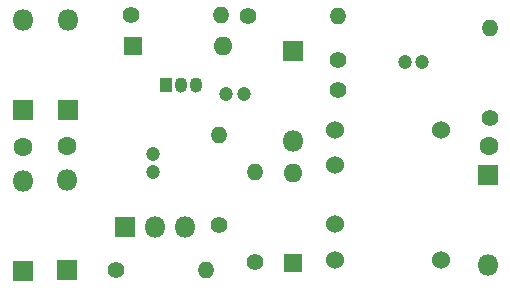
<source format=gbr>
%TF.GenerationSoftware,KiCad,Pcbnew,(7.0.0)*%
%TF.CreationDate,2023-11-14T21:29:08+01:00*%
%TF.ProjectId,reversepcb1,72657665-7273-4657-9063-62312e6b6963,rev?*%
%TF.SameCoordinates,Original*%
%TF.FileFunction,Copper,L1,Top*%
%TF.FilePolarity,Positive*%
%FSLAX46Y46*%
G04 Gerber Fmt 4.6, Leading zero omitted, Abs format (unit mm)*
G04 Created by KiCad (PCBNEW (7.0.0)) date 2023-11-14 21:29:08*
%MOMM*%
%LPD*%
G01*
G04 APERTURE LIST*
%TA.AperFunction,ComponentPad*%
%ADD10R,1.800000X1.800000*%
%TD*%
%TA.AperFunction,ComponentPad*%
%ADD11O,1.800000X1.800000*%
%TD*%
%TA.AperFunction,ComponentPad*%
%ADD12C,1.200000*%
%TD*%
%TA.AperFunction,ComponentPad*%
%ADD13C,1.400000*%
%TD*%
%TA.AperFunction,ComponentPad*%
%ADD14O,1.400000X1.400000*%
%TD*%
%TA.AperFunction,ComponentPad*%
%ADD15R,1.600000X1.600000*%
%TD*%
%TA.AperFunction,ComponentPad*%
%ADD16O,1.600000X1.600000*%
%TD*%
%TA.AperFunction,ComponentPad*%
%ADD17R,1.050000X1.300000*%
%TD*%
%TA.AperFunction,ComponentPad*%
%ADD18O,1.050000X1.300000*%
%TD*%
%TA.AperFunction,ComponentPad*%
%ADD19C,1.524000*%
%TD*%
%TA.AperFunction,ViaPad*%
%ADD20C,1.600000*%
%TD*%
G04 APERTURE END LIST*
D10*
%TO.P,D1,1,K*%
%TO.N,Net-(D7-K)*%
X167619999Y-113919999D03*
D11*
%TO.P,D1,2,A*%
%TO.N,Net-(D7-A)*%
X167619999Y-121539999D03*
%TD*%
D12*
%TO.P,EC2,1*%
%TO.N,Net-(D5-A)*%
X146950000Y-107000000D03*
%TO.P,EC2,2*%
%TO.N,Net-(Dzd1-A)*%
X145450000Y-107000000D03*
%TD*%
D13*
%TO.P,R3,1*%
%TO.N,Net-(Q1-Pad3)*%
X144850000Y-118150000D03*
D14*
%TO.P,R3,2*%
%TO.N,Net-(Dzd1-A)*%
X144849999Y-110529999D03*
%TD*%
D15*
%TO.P,D3,1,K*%
%TO.N,Net-(Dzd1-K)*%
X137549999Y-102999999D03*
D16*
%TO.P,D3,2,A*%
%TO.N,Net-(Dzd1-A)*%
X145169999Y-102999999D03*
%TD*%
D13*
%TO.P,R4,1*%
%TO.N,Net-(Dzd1-K)*%
X137450000Y-100350000D03*
D14*
%TO.P,R4,2*%
%TO.N,Net-(Dzd1-A)*%
X145069999Y-100349999D03*
%TD*%
D13*
%TO.P,R1,1*%
%TO.N,Net-(D7-K)*%
X167810000Y-109090000D03*
D14*
%TO.P,R1,2*%
%TO.N,Net-(T1-AB)*%
X167809999Y-101469999D03*
%TD*%
D10*
%TO.P,D1,1,K*%
%TO.N,Net-(D1-K)*%
X128279999Y-108359999D03*
D11*
%TO.P,D1,2,A*%
%TO.N,Net-(D1-A)*%
X128279999Y-100739999D03*
%TD*%
D12*
%TO.P,EC1,1*%
%TO.N,Net-(D7-K)*%
X162080000Y-104350000D03*
%TO.P,EC1,2*%
%TO.N,Net-(T1-AB)*%
X160580000Y-104350000D03*
%TD*%
D10*
%TO.P,Q2,1,1*%
%TO.N,Net-(D6-K)*%
X136899999Y-118244999D03*
D11*
%TO.P,Q2,2,2*%
%TO.N,Net-(T1-SB)*%
X139439999Y-118244999D03*
%TO.P,Q2,3,3*%
%TO.N,Net-(Q1-Pad3)*%
X141979999Y-118244999D03*
%TD*%
D17*
%TO.P,Q1,1,E*%
%TO.N,Net-(D1-A)*%
X140339999Y-106229999D03*
D18*
%TO.P,Q1,2,C*%
%TO.N,Net-(D6-K)*%
X141609999Y-106229999D03*
%TO.P,Q1,3,B*%
%TO.N,Net-(Dzd1-K)*%
X142879999Y-106229999D03*
%TD*%
D10*
%TO.P,D2,1,K*%
%TO.N,Net-(D2-K)*%
X128249999Y-121969999D03*
D11*
%TO.P,D2,2,A*%
%TO.N,Net-(D1-K)*%
X128249999Y-114349999D03*
%TD*%
D12*
%TO.P,EC5,1*%
%TO.N,Net-(D2-K)*%
X139300000Y-113590000D03*
%TO.P,EC5,2*%
%TO.N,Net-(D1-A)*%
X139300000Y-112090000D03*
%TD*%
D13*
%TO.P,R5,1*%
%TO.N,Net-(D6-K)*%
X147940000Y-121280000D03*
D14*
%TO.P,R5,2*%
%TO.N,Net-(C2-Pad1)*%
X147939999Y-113659999D03*
%TD*%
D10*
%TO.P,D4,1,K*%
%TO.N,Net-(D2-K)*%
X131959999Y-121949999D03*
D11*
%TO.P,D4,2,A*%
%TO.N,Net-(D3-K)*%
X131959999Y-114329999D03*
%TD*%
D10*
%TO.P,D2,1,K*%
%TO.N,Net-(D5-K)*%
X151089999Y-103399999D03*
D11*
%TO.P,D2,2,A*%
%TO.N,Net-(D5-A)*%
X151089999Y-111019999D03*
%TD*%
D15*
%TO.P,ZD4,1,K*%
%TO.N,Net-(D6-K)*%
X151129999Y-121319999D03*
D16*
%TO.P,ZD4,2,A*%
%TO.N,Net-(D5-A)*%
X151129999Y-113699999D03*
%TD*%
D10*
%TO.P,D3,1,K*%
%TO.N,Net-(D3-K)*%
X132069999Y-108369999D03*
D11*
%TO.P,D3,2,A*%
%TO.N,Net-(D1-A)*%
X132069999Y-100749999D03*
%TD*%
D13*
%TO.P,R2,1*%
%TO.N,Net-(Dzd1-A)*%
X147300000Y-100430000D03*
D14*
%TO.P,R2,2*%
%TO.N,Net-(D1-A)*%
X154919999Y-100429999D03*
%TD*%
D13*
%TO.P,R6,1*%
%TO.N,Net-(D2-K)*%
X136160000Y-121900000D03*
D14*
%TO.P,R6,2*%
%TO.N,Net-(D6-K)*%
X143779999Y-121899999D03*
%TD*%
D13*
%TO.P,C1,1*%
%TO.N,Net-(C2-Pad1)*%
X154900000Y-106680000D03*
%TO.P,C1,2*%
%TO.N,Net-(D5-K)*%
X154900000Y-104180000D03*
%TD*%
D19*
%TO.P,T1,1,AA*%
%TO.N,Net-(D7-A)*%
X163690000Y-121060000D03*
%TO.P,T1,2,AB*%
%TO.N,Net-(T1-AB)*%
X163690000Y-110060000D03*
%TO.P,T1,3,SA*%
%TO.N,Net-(D2-K)*%
X154690000Y-121060000D03*
%TO.P,T1,4,SB*%
%TO.N,Net-(T1-SB)*%
X154690000Y-118060000D03*
%TO.P,T1,5,SC*%
%TO.N,Net-(D1-A)*%
X154690000Y-113060000D03*
%TO.P,T1,6,SD*%
%TO.N,Net-(D5-K)*%
X154690000Y-110060000D03*
%TD*%
D20*
%TO.N,Net-(D7-K)*%
X167690000Y-111410000D03*
%TO.N,Net-(D1-K)*%
X128260000Y-111490000D03*
%TO.N,Net-(D3-K)*%
X132020000Y-111450000D03*
%TD*%
M02*

</source>
